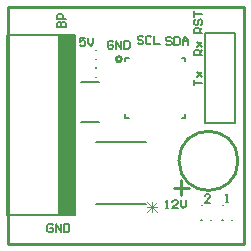
<source format=gto>
G04*
G04 #@! TF.GenerationSoftware,Altium Limited,Altium Designer,21.9.2 (33)*
G04*
G04 Layer_Color=65535*
%FSLAX44Y44*%
%MOMM*%
G71*
G04*
G04 #@! TF.SameCoordinates,8D6B135D-26D1-4348-B727-2CCB693FEEA9*
G04*
G04*
G04 #@! TF.FilePolarity,Positive*
G04*
G01*
G75*
%ADD10C,0.2540*%
%ADD11C,0.1524*%
%ADD12C,0.2000*%
%ADD13C,0.2032*%
%ADD14C,0.1300*%
%ADD15C,0.0762*%
%ADD16R,1.3970X15.2400*%
D10*
X96236Y156000D02*
G03*
X96236Y156000I-2236J0D01*
G01*
X195000Y70000D02*
G03*
X195000Y70000I-25000J0D01*
G01*
X0Y200000D02*
X200000D01*
X0Y0D02*
Y200000D01*
X12Y0D02*
X180012D01*
X200012D02*
Y200000D01*
X180012Y0D02*
X200012D01*
X140640Y47265D02*
X153390D01*
X147140Y40740D02*
Y53490D01*
D11*
X74791Y33711D02*
X117209D01*
X74791Y86289D02*
X117209D01*
X99600Y154352D02*
Y157400D01*
X147352D02*
X150400D01*
Y106600D02*
Y109648D01*
X99600Y106600D02*
X102648D01*
X99600Y157400D02*
X102648D01*
X99600Y106600D02*
Y109648D01*
X147352Y106600D02*
X150400D01*
Y154352D02*
Y157400D01*
D12*
X181873Y20001D02*
X182250Y20000D01*
X189750D02*
X190127Y19999D01*
X182311Y32750D02*
X182689Y32750D01*
X163873Y20001D02*
X164250Y20000D01*
X171750D02*
X172127Y19999D01*
X164312Y32751D02*
X164688Y32750D01*
X167300Y102300D02*
X192700D01*
X167300D02*
Y178499D01*
X192700D01*
Y102300D02*
Y178499D01*
X62500Y103250D02*
X77500D01*
X62500Y136750D02*
X77500D01*
X75000Y148750D02*
X75001Y149127D01*
X74999Y140873D02*
X75000Y141250D01*
Y163750D02*
X75001Y164127D01*
X74999Y155873D02*
X75000Y156250D01*
D13*
X-400Y23800D02*
Y176200D01*
Y23800D02*
X56750D01*
X-400Y176200D02*
X56750D01*
Y23800D02*
Y176200D01*
D14*
X42000Y183058D02*
X48998D01*
Y186557D01*
X47832Y187723D01*
X46666D01*
X45499Y186557D01*
Y183058D01*
Y186557D01*
X44333Y187723D01*
X43167D01*
X42000Y186557D01*
Y183058D01*
X48998Y190056D02*
X42000D01*
Y193555D01*
X43167Y194721D01*
X45499D01*
X46666Y193555D01*
Y190056D01*
X89330Y170691D02*
X88164Y171858D01*
X85831D01*
X84665Y170691D01*
Y166026D01*
X85831Y164860D01*
X88164D01*
X89330Y166026D01*
Y168359D01*
X86997D01*
X91663Y164860D02*
Y171858D01*
X96328Y164860D01*
Y171858D01*
X98660D02*
Y164860D01*
X102159D01*
X103326Y166026D01*
Y170691D01*
X102159Y171858D01*
X98660D01*
X65553Y174235D02*
X60887D01*
Y170737D01*
X63220Y171903D01*
X64386D01*
X65553Y170737D01*
Y168404D01*
X64386Y167238D01*
X62054D01*
X60887Y168404D01*
X67885Y174235D02*
Y169570D01*
X70218Y167238D01*
X72550Y169570D01*
Y174235D01*
X114692Y174496D02*
X113526Y175662D01*
X111193D01*
X110027Y174496D01*
Y173329D01*
X111193Y172163D01*
X113526D01*
X114692Y170997D01*
Y169831D01*
X113526Y168664D01*
X111193D01*
X110027Y169831D01*
X121690Y174496D02*
X120524Y175662D01*
X118191D01*
X117025Y174496D01*
Y169831D01*
X118191Y168664D01*
X120524D01*
X121690Y169831D01*
X124023Y175662D02*
Y168664D01*
X128688D01*
X138787Y173703D02*
X137620Y174869D01*
X135288D01*
X134121Y173703D01*
Y172537D01*
X135288Y171371D01*
X137620D01*
X138787Y170204D01*
Y169038D01*
X137620Y167872D01*
X135288D01*
X134121Y169038D01*
X141119Y174869D02*
Y167872D01*
X144618D01*
X145784Y169038D01*
Y173703D01*
X144618Y174869D01*
X141119D01*
X148117Y167872D02*
Y172537D01*
X150449Y174869D01*
X152782Y172537D01*
Y167872D01*
Y171371D01*
X148117D01*
X157913Y133803D02*
Y138468D01*
Y136136D01*
X164910D01*
X160245Y140801D02*
X164910Y145466D01*
X162578Y143133D01*
X160245Y145466D01*
X164910Y140801D01*
Y159228D02*
X157913D01*
Y162726D01*
X159079Y163893D01*
X161411D01*
X162578Y162726D01*
Y159228D01*
Y161560D02*
X164910Y163893D01*
X160245Y166225D02*
X164910Y170891D01*
X162578Y168558D01*
X160245Y170891D01*
X164910Y166225D01*
X184514Y35131D02*
X186846D01*
X185680D01*
Y42128D01*
X184514Y40962D01*
X171685Y34513D02*
X167020D01*
X171685Y39179D01*
Y40345D01*
X170519Y41511D01*
X168186D01*
X167020Y40345D01*
X38327Y15552D02*
X37161Y16718D01*
X34828D01*
X33662Y15552D01*
Y10886D01*
X34828Y9720D01*
X37161D01*
X38327Y10886D01*
Y13219D01*
X35995D01*
X40660Y9720D02*
Y16718D01*
X45325Y9720D01*
Y16718D01*
X47657D02*
Y9720D01*
X51156D01*
X52323Y10886D01*
Y15552D01*
X51156Y16718D01*
X47657D01*
X133662Y29720D02*
X135995D01*
X134828D01*
Y36718D01*
X133662Y35552D01*
X144159Y29720D02*
X139494D01*
X144159Y34385D01*
Y35552D01*
X142992Y36718D01*
X140660D01*
X139494Y35552D01*
X146491Y36718D02*
Y32053D01*
X148824Y29720D01*
X151156Y32053D01*
Y36718D01*
X164885Y178051D02*
X157887D01*
Y181550D01*
X159054Y182717D01*
X161386D01*
X162553Y181550D01*
Y178051D01*
Y180384D02*
X164885Y182717D01*
X159054Y189714D02*
X157887Y188548D01*
Y186215D01*
X159054Y185049D01*
X160220D01*
X161386Y186215D01*
Y188548D01*
X162553Y189714D01*
X163719D01*
X164885Y188548D01*
Y186215D01*
X163719Y185049D01*
X157887Y192047D02*
Y196712D01*
Y194380D01*
X164885D01*
D15*
X126353Y26306D02*
X117889Y34770D01*
X126353D02*
X117889Y26306D01*
X126353Y30538D02*
X117889D01*
X122121Y34770D02*
Y26306D01*
D16*
X49765Y99998D02*
D03*
M02*

</source>
